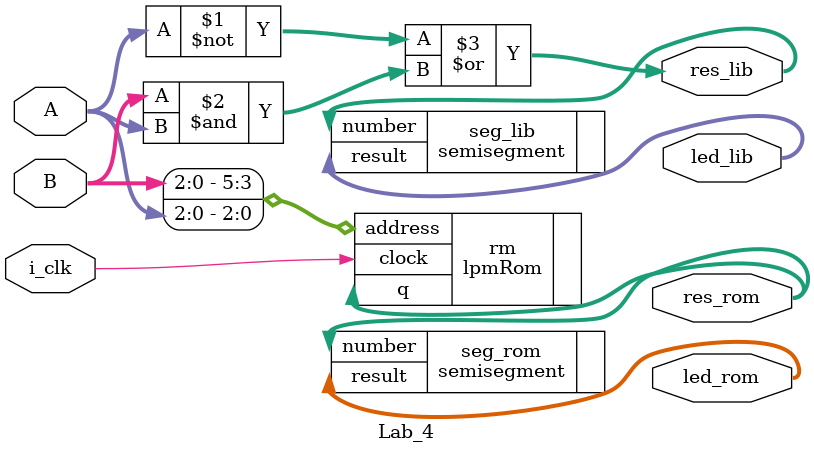
<source format=v>

module Lab_4(
	input i_clk,
	input  [2:0] A,
	input  [2:0] B,
	output [6:0] led_lib,
	output [6:0] led_rom,
	output [2:0] res_lib,
	output [2:0] res_rom
);

semisegment seg_lib (.number({res_lib}), .result(led_lib));
semisegment seg_rom (.number({res_rom}), .result(led_rom));

lpmRom rm (
	.address({ B, A}),
	.clock(i_clk),
	.q(res_rom)
	);

assign res_lib = ~A | B & A;
	
endmodule
</source>
